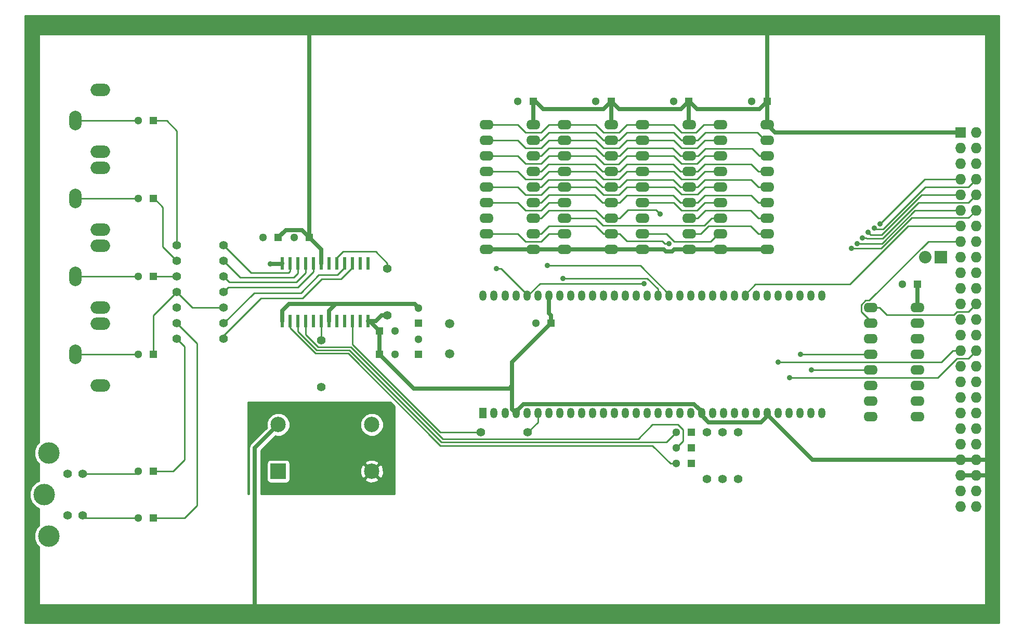
<source format=gbr>
G04 #@! TF.FileFunction,Copper,L1,Top,Signal*
%FSLAX46Y46*%
G04 Gerber Fmt 4.6, Leading zero omitted, Abs format (unit mm)*
G04 Created by KiCad (PCBNEW 4.0.2+dfsg1-stable) date Tue 27 Feb 2018 09:46:13 PM CET*
%MOMM*%
G01*
G04 APERTURE LIST*
%ADD10C,0.100000*%
%ADD11R,1.300000X1.300000*%
%ADD12C,1.300000*%
%ADD13R,1.727200X1.727200*%
%ADD14O,1.727200X1.727200*%
%ADD15R,2.032000X2.032000*%
%ADD16O,2.032000X2.032000*%
%ADD17O,3.197860X1.998980*%
%ADD18O,1.998980X3.197860*%
%ADD19R,1.200000X1.700000*%
%ADD20O,1.200000X1.700000*%
%ADD21O,2.300000X1.600000*%
%ADD22R,0.600000X2.000000*%
%ADD23R,2.499360X2.499360*%
%ADD24C,2.499360*%
%ADD25C,1.422400*%
%ADD26C,3.497580*%
%ADD27C,1.501140*%
%ADD28C,1.397000*%
%ADD29C,0.889000*%
%ADD30C,0.635000*%
%ADD31C,0.254000*%
G04 APERTURE END LIST*
D10*
D11*
X127000000Y-96520000D03*
D12*
X127000000Y-94020000D03*
D13*
X215265000Y-65405000D03*
D14*
X217805000Y-65405000D03*
X215265000Y-67945000D03*
X217805000Y-67945000D03*
X215265000Y-70485000D03*
X217805000Y-70485000D03*
X215265000Y-73025000D03*
X217805000Y-73025000D03*
X215265000Y-75565000D03*
X217805000Y-75565000D03*
X215265000Y-78105000D03*
X217805000Y-78105000D03*
X215265000Y-80645000D03*
X217805000Y-80645000D03*
X215265000Y-83185000D03*
X217805000Y-83185000D03*
X215265000Y-85725000D03*
X217805000Y-85725000D03*
X215265000Y-88265000D03*
X217805000Y-88265000D03*
X215265000Y-90805000D03*
X217805000Y-90805000D03*
X215265000Y-93345000D03*
X217805000Y-93345000D03*
X215265000Y-95885000D03*
X217805000Y-95885000D03*
X215265000Y-98425000D03*
X217805000Y-98425000D03*
X215265000Y-100965000D03*
X217805000Y-100965000D03*
X215265000Y-103505000D03*
X217805000Y-103505000D03*
X215265000Y-106045000D03*
X217805000Y-106045000D03*
X215265000Y-108585000D03*
X217805000Y-108585000D03*
X215265000Y-111125000D03*
X217805000Y-111125000D03*
X215265000Y-113665000D03*
X217805000Y-113665000D03*
X215265000Y-116205000D03*
X217805000Y-116205000D03*
X215265000Y-118745000D03*
X217805000Y-118745000D03*
X215265000Y-121285000D03*
X217805000Y-121285000D03*
X215265000Y-123825000D03*
X217805000Y-123825000D03*
X215265000Y-126365000D03*
X217805000Y-126365000D03*
D11*
X127000000Y-101600000D03*
D12*
X127000000Y-99100000D03*
D11*
X183769000Y-60325000D03*
D12*
X181269000Y-60325000D03*
D11*
X158369000Y-60325000D03*
D12*
X155869000Y-60325000D03*
D11*
X171029000Y-60325000D03*
D12*
X168529000Y-60325000D03*
D11*
X145669000Y-60325000D03*
D12*
X143169000Y-60325000D03*
D11*
X208280000Y-90170000D03*
D12*
X205780000Y-90170000D03*
D11*
X148590000Y-96520000D03*
D12*
X146090000Y-96520000D03*
D11*
X171450000Y-116840000D03*
D12*
X168950000Y-116840000D03*
D11*
X171450000Y-114300000D03*
D12*
X168950000Y-114300000D03*
D11*
X120650000Y-101600000D03*
D12*
X123150000Y-101600000D03*
D11*
X171450000Y-119380000D03*
D12*
X168950000Y-119380000D03*
D11*
X120650000Y-97790000D03*
D12*
X123150000Y-97790000D03*
X81320000Y-120650000D03*
D11*
X83820000Y-120650000D03*
D12*
X81320000Y-63500000D03*
D11*
X83820000Y-63500000D03*
D12*
X81320000Y-128270000D03*
D11*
X83820000Y-128270000D03*
X104140000Y-82550000D03*
D12*
X101640000Y-82550000D03*
X81320000Y-76200000D03*
D11*
X83820000Y-76200000D03*
X109220000Y-82550000D03*
D12*
X106720000Y-82550000D03*
X81320000Y-88900000D03*
D11*
X83820000Y-88900000D03*
D12*
X81320000Y-101600000D03*
D11*
X83820000Y-101600000D03*
D15*
X212090000Y-85725000D03*
D16*
X209550000Y-85725000D03*
D17*
X75117960Y-68554600D03*
D18*
X71120000Y-63500000D03*
D17*
X75117960Y-58445400D03*
X75117960Y-81254600D03*
D18*
X71120000Y-76200000D03*
D17*
X75117960Y-71145400D03*
X75117960Y-93954600D03*
D18*
X71120000Y-88900000D03*
D17*
X75117960Y-83845400D03*
X75117960Y-106654600D03*
D18*
X71120000Y-101600000D03*
D17*
X75117960Y-96545400D03*
D19*
X137510000Y-111150400D03*
D20*
X139290000Y-111150400D03*
X141070000Y-111150400D03*
X142850000Y-111150400D03*
X144630000Y-111150400D03*
X146410000Y-111150400D03*
X148190000Y-111150400D03*
X149970000Y-111150400D03*
X151750000Y-111150400D03*
X153530000Y-111150400D03*
X155310000Y-111150400D03*
X157090000Y-111150400D03*
X158870000Y-111150400D03*
X160650000Y-111150400D03*
X162430000Y-111150400D03*
X164210000Y-111150400D03*
X165990000Y-111150400D03*
X167770000Y-111150400D03*
X169550000Y-111150400D03*
X171330000Y-111150400D03*
X173110000Y-111150400D03*
X174890000Y-111150400D03*
X176670000Y-111150400D03*
X178450000Y-111150400D03*
X180230000Y-111150400D03*
X182010000Y-111150400D03*
X183790000Y-111150400D03*
X185570000Y-111150400D03*
X187350000Y-111150400D03*
X189130000Y-111150400D03*
X190910000Y-111150400D03*
X192690000Y-111150400D03*
X192690000Y-92049600D03*
X190910000Y-92049600D03*
X189130000Y-92049600D03*
X187350000Y-92049600D03*
X185570000Y-92049600D03*
X183790000Y-92049600D03*
X182010000Y-92049600D03*
X180230000Y-92049600D03*
X178450000Y-92049600D03*
X176670000Y-92049600D03*
X174890000Y-92049600D03*
X173110000Y-92049600D03*
X171330000Y-92049600D03*
X169550000Y-92049600D03*
X167770000Y-92049600D03*
X165990000Y-92049600D03*
X164210000Y-92049600D03*
X162430000Y-92049600D03*
X160650000Y-92049600D03*
X158870000Y-92049600D03*
X157090000Y-92049600D03*
X155310000Y-92049600D03*
X153530000Y-92049600D03*
X151750000Y-92049600D03*
X149970000Y-92049600D03*
X148190000Y-92049600D03*
X146410000Y-92049600D03*
X144630000Y-92049600D03*
X142850000Y-92049600D03*
X141070000Y-92049600D03*
X139290000Y-92049600D03*
X137510000Y-92049600D03*
D21*
X183769000Y-84455000D03*
X183769000Y-81915000D03*
X183769000Y-79375000D03*
X183769000Y-76835000D03*
X183769000Y-74295000D03*
X183769000Y-71755000D03*
X183769000Y-69215000D03*
X183769000Y-66675000D03*
X183769000Y-64135000D03*
X176149000Y-64135000D03*
X176149000Y-66675000D03*
X176149000Y-69215000D03*
X176149000Y-71755000D03*
X176149000Y-74295000D03*
X176149000Y-76835000D03*
X176149000Y-79375000D03*
X176149000Y-81915000D03*
X176149000Y-84455000D03*
X158369000Y-84455000D03*
X158369000Y-81915000D03*
X158369000Y-79375000D03*
X158369000Y-76835000D03*
X158369000Y-74295000D03*
X158369000Y-71755000D03*
X158369000Y-69215000D03*
X158369000Y-66675000D03*
X158369000Y-64135000D03*
X150749000Y-64135000D03*
X150749000Y-66675000D03*
X150749000Y-69215000D03*
X150749000Y-71755000D03*
X150749000Y-74295000D03*
X150749000Y-76835000D03*
X150749000Y-79375000D03*
X150749000Y-81915000D03*
X150749000Y-84455000D03*
X171069000Y-84455000D03*
X171069000Y-81915000D03*
X171069000Y-79375000D03*
X171069000Y-76835000D03*
X171069000Y-74295000D03*
X171069000Y-71755000D03*
X171069000Y-69215000D03*
X171069000Y-66675000D03*
X171069000Y-64135000D03*
X163449000Y-64135000D03*
X163449000Y-66675000D03*
X163449000Y-69215000D03*
X163449000Y-71755000D03*
X163449000Y-74295000D03*
X163449000Y-76835000D03*
X163449000Y-79375000D03*
X163449000Y-81915000D03*
X163449000Y-84455000D03*
X145669000Y-84455000D03*
X145669000Y-81915000D03*
X145669000Y-79375000D03*
X145669000Y-76835000D03*
X145669000Y-74295000D03*
X145669000Y-71755000D03*
X145669000Y-69215000D03*
X145669000Y-66675000D03*
X145669000Y-64135000D03*
X138049000Y-64135000D03*
X138049000Y-66675000D03*
X138049000Y-69215000D03*
X138049000Y-71755000D03*
X138049000Y-74295000D03*
X138049000Y-76835000D03*
X138049000Y-79375000D03*
X138049000Y-81915000D03*
X138049000Y-84455000D03*
D22*
X104775000Y-96140000D03*
X106045000Y-96140000D03*
X107315000Y-96140000D03*
X108585000Y-96140000D03*
X109855000Y-96140000D03*
X111125000Y-96140000D03*
X112395000Y-96140000D03*
X113665000Y-96140000D03*
X114935000Y-96140000D03*
X116205000Y-96140000D03*
X117475000Y-96140000D03*
X118745000Y-96140000D03*
X118745000Y-86740000D03*
X117475000Y-86740000D03*
X116205000Y-86740000D03*
X114935000Y-86740000D03*
X113665000Y-86740000D03*
X112395000Y-86740000D03*
X111125000Y-86740000D03*
X109855000Y-86740000D03*
X108585000Y-86740000D03*
X107315000Y-86740000D03*
X106045000Y-86740000D03*
X104775000Y-86740000D03*
D23*
X104140000Y-120650000D03*
D24*
X119380000Y-120650000D03*
X119380000Y-113030000D03*
X104140000Y-113030000D03*
D25*
X69789040Y-127858520D03*
X69789040Y-121061480D03*
X72237600Y-127858520D03*
X72288400Y-121061480D03*
D26*
X66789300Y-117660420D03*
X65991740Y-124460000D03*
X66789300Y-131208780D03*
D27*
X132080000Y-101500940D03*
X132080000Y-96619060D03*
D28*
X173990000Y-121920000D03*
X173990000Y-114300000D03*
X176530000Y-121920000D03*
X176530000Y-114300000D03*
X179070000Y-121920000D03*
X179070000Y-114300000D03*
X111125000Y-106934000D03*
X111125000Y-99314000D03*
X144780000Y-114300000D03*
X137160000Y-114300000D03*
X95250000Y-83820000D03*
X87630000Y-83820000D03*
X95250000Y-86360000D03*
X87630000Y-86360000D03*
X95250000Y-88900000D03*
X87630000Y-88900000D03*
X95250000Y-91440000D03*
X87630000Y-91440000D03*
X121920000Y-87630000D03*
X121920000Y-95250000D03*
X95250000Y-96520000D03*
X87630000Y-96520000D03*
X95250000Y-99060000D03*
X87630000Y-99060000D03*
X95250000Y-93980000D03*
X87630000Y-93980000D03*
D21*
X200660000Y-93980000D03*
X200660000Y-96520000D03*
X200660000Y-99060000D03*
X200660000Y-101600000D03*
X200660000Y-104140000D03*
X200660000Y-106680000D03*
X200660000Y-109220000D03*
X200660000Y-111760000D03*
X208280000Y-111760000D03*
X208280000Y-109220000D03*
X208280000Y-106680000D03*
X208280000Y-104140000D03*
X208280000Y-101600000D03*
X208280000Y-99060000D03*
X208280000Y-96520000D03*
X208280000Y-93980000D03*
D29*
X102870000Y-86868000D03*
X202174761Y-80316959D03*
X201231480Y-80962480D03*
X200223218Y-81696014D03*
X199302759Y-82613480D03*
X198415107Y-83502480D03*
X197485000Y-84327978D03*
X185547000Y-102870000D03*
X187452000Y-105410000D03*
X167767000Y-83566000D03*
X166370000Y-78740000D03*
X147955000Y-87122000D03*
X150495000Y-89217480D03*
X139699992Y-87630000D03*
X163703000Y-90043000D03*
X189230000Y-101600000D03*
X191008000Y-104140000D03*
D30*
X104775000Y-96140000D02*
X104775000Y-94505000D01*
X104775000Y-94505000D02*
X105909999Y-93370001D01*
X105909999Y-93370001D02*
X113529999Y-93370001D01*
X102870000Y-86868000D02*
X104647000Y-86868000D01*
X104647000Y-86868000D02*
X104775000Y-86740000D01*
X112395000Y-96140000D02*
X112395000Y-94505000D01*
X112395000Y-94505000D02*
X113529999Y-93370001D01*
X113529999Y-93370001D02*
X126350001Y-93370001D01*
X126350001Y-93370001D02*
X127000000Y-94020000D01*
X167279319Y-84836001D02*
X168254681Y-84836001D01*
X181984000Y-84455000D02*
X183769000Y-84455000D01*
X168254681Y-84836001D02*
X168635682Y-84455000D01*
X168635682Y-84455000D02*
X181984000Y-84455000D01*
X138049000Y-84455000D02*
X166898318Y-84455000D01*
X166898318Y-84455000D02*
X167279319Y-84836001D01*
X215265000Y-118745000D02*
X191134600Y-118745000D01*
X191134600Y-118745000D02*
X183790000Y-111400400D01*
X183790000Y-111400400D02*
X183790000Y-111150400D01*
X183790000Y-111150400D02*
X183790000Y-111612000D01*
X183790000Y-111612000D02*
X182745600Y-112656400D01*
X173101000Y-111159400D02*
X173110000Y-111150400D01*
X182745600Y-112656400D02*
X174251400Y-112656400D01*
X174251400Y-112656400D02*
X173101000Y-111506000D01*
X173101000Y-111506000D02*
X173101000Y-111159400D01*
X142240000Y-105410000D02*
X142240000Y-102870000D01*
X142240000Y-102870000D02*
X148590000Y-96520000D01*
X148590000Y-96520000D02*
X148590000Y-95250000D01*
X148590000Y-95250000D02*
X148190000Y-94850000D01*
X148190000Y-94850000D02*
X148190000Y-92049600D01*
X120650000Y-101600000D02*
X126238000Y-107188000D01*
X126238000Y-107188000D02*
X141747000Y-107188000D01*
X141747000Y-107188000D02*
X142240000Y-106695000D01*
X142240000Y-106695000D02*
X142240000Y-105410000D01*
X109220000Y-81265000D02*
X109220000Y-48260000D01*
X109220000Y-82550000D02*
X109220000Y-81265000D01*
X183769000Y-60325000D02*
X183769000Y-48260000D01*
X215265000Y-65405000D02*
X185039000Y-65405000D01*
X185039000Y-65405000D02*
X183769000Y-64135000D01*
X109220000Y-82550000D02*
X111125000Y-84455000D01*
X111125000Y-84455000D02*
X111125000Y-86740000D01*
X104140000Y-82550000D02*
X105361501Y-81328499D01*
X105361501Y-81328499D02*
X107998499Y-81328499D01*
X107998499Y-81328499D02*
X109220000Y-82550000D01*
X100330000Y-116840000D02*
X100330000Y-143510000D01*
X104140000Y-113030000D02*
X100330000Y-116840000D01*
X121920000Y-95250000D02*
X120932172Y-95250000D01*
X120932172Y-95250000D02*
X120042172Y-96140000D01*
X120042172Y-96140000D02*
X119000000Y-96140000D01*
X120650000Y-97790000D02*
X120650000Y-101600000D01*
X118745000Y-96140000D02*
X119000000Y-96140000D01*
X119000000Y-96140000D02*
X120650000Y-97790000D01*
X142850000Y-111150400D02*
X142850000Y-110900400D01*
X142850000Y-110900400D02*
X144085000Y-109665400D01*
X144085000Y-109665400D02*
X171875000Y-109665400D01*
X171875000Y-109665400D02*
X173110000Y-110900400D01*
X173110000Y-110900400D02*
X173110000Y-111150400D01*
X142240000Y-105410000D02*
X142240000Y-110540400D01*
X142240000Y-110540400D02*
X142850000Y-111150400D01*
X217805000Y-121285000D02*
X215265000Y-121285000D01*
X220980000Y-121285000D02*
X217805000Y-121285000D01*
X220980000Y-118745000D02*
X220980000Y-121285000D01*
X215265000Y-118745000D02*
X220980000Y-118745000D01*
X208280000Y-93980000D02*
X208280000Y-90170000D01*
X171029000Y-60325000D02*
X171069000Y-60325000D01*
X171069000Y-60325000D02*
X172339000Y-61595000D01*
X172339000Y-61595000D02*
X182499000Y-61595000D01*
X182499000Y-61595000D02*
X183769000Y-60325000D01*
X145669000Y-60325000D02*
X146050000Y-60325000D01*
X146050000Y-60325000D02*
X147320000Y-61595000D01*
X147320000Y-61595000D02*
X157099000Y-61595000D01*
X157099000Y-61595000D02*
X158369000Y-60325000D01*
X158369000Y-60325000D02*
X159639000Y-61595000D01*
X159639000Y-61595000D02*
X169759000Y-61595000D01*
X169759000Y-61595000D02*
X171029000Y-60325000D01*
X183769000Y-60325000D02*
X183769000Y-64135000D01*
X171029000Y-60325000D02*
X171029000Y-64095000D01*
X171029000Y-64095000D02*
X171069000Y-64135000D01*
X158369000Y-60325000D02*
X158369000Y-64135000D01*
X145669000Y-60325000D02*
X145669000Y-64135000D01*
X158369000Y-64135000D02*
X158019000Y-64135000D01*
X171069000Y-64135000D02*
X170719000Y-64135000D01*
X158719000Y-64135000D02*
X158369000Y-64135000D01*
X183769000Y-64135000D02*
X183419000Y-64135000D01*
X171419000Y-64135000D02*
X171069000Y-64135000D01*
D31*
X215265000Y-83185000D02*
X210022438Y-83185000D01*
X210022438Y-83185000D02*
X200408448Y-92798990D01*
X200408448Y-92798990D02*
X199820810Y-92798990D01*
X199820810Y-92798990D02*
X199128990Y-93490810D01*
X199128990Y-93490810D02*
X199128990Y-94469190D01*
X199128990Y-94469190D02*
X199136000Y-94476200D01*
X199136000Y-94476200D02*
X199136000Y-94646000D01*
X199136000Y-94646000D02*
X201010000Y-96520000D01*
X201010000Y-96520000D02*
X200660000Y-96520000D01*
X170053000Y-115737000D02*
X169599999Y-116190001D01*
X169205882Y-113030000D02*
X170053000Y-113877118D01*
X162750499Y-115379501D02*
X165100000Y-113030000D01*
X169599999Y-116190001D02*
X168950000Y-116840000D01*
X130913373Y-115379501D02*
X162750499Y-115379501D01*
X110606839Y-100393501D02*
X115927373Y-100393501D01*
X115927373Y-100393501D02*
X130913373Y-115379501D01*
X108585000Y-96140000D02*
X108585000Y-98371662D01*
X170053000Y-113877118D02*
X170053000Y-115737000D01*
X108585000Y-98371662D02*
X110606839Y-100393501D01*
X165100000Y-113030000D02*
X169205882Y-113030000D01*
X107315000Y-97394000D02*
X107315000Y-96140000D01*
X107315000Y-97820098D02*
X107315000Y-97394000D01*
X115716948Y-100901512D02*
X110396414Y-100901512D01*
X130702948Y-115887512D02*
X115716948Y-100901512D01*
X110396414Y-100901512D02*
X107315000Y-97820098D01*
X167362488Y-115887512D02*
X130702948Y-115887512D01*
X168950000Y-114300000D02*
X167362488Y-115887512D01*
X110185989Y-101409523D02*
X115506523Y-101409523D01*
X168030762Y-119380000D02*
X168950000Y-119380000D01*
X106045000Y-96140000D02*
X106045000Y-97268534D01*
X130556000Y-116459000D02*
X165109762Y-116459000D01*
X165109762Y-116459000D02*
X168030762Y-119380000D01*
X106045000Y-97268534D02*
X110185989Y-101409523D01*
X115506523Y-101409523D02*
X130556000Y-116459000D01*
X72288400Y-121061480D02*
X80908520Y-121061480D01*
X80908520Y-121061480D02*
X81320000Y-120650000D01*
X83820000Y-120650000D02*
X86995000Y-120650000D01*
X86995000Y-120650000D02*
X88900000Y-118745000D01*
X88900000Y-118745000D02*
X88900000Y-100330000D01*
X88900000Y-100330000D02*
X87630000Y-99060000D01*
X81320000Y-63500000D02*
X80400762Y-63500000D01*
X80400762Y-63500000D02*
X71120000Y-63500000D01*
X87630000Y-83820000D02*
X87630000Y-65151000D01*
X87630000Y-65151000D02*
X85979000Y-63500000D01*
X85979000Y-63500000D02*
X83820000Y-63500000D01*
X81320000Y-128270000D02*
X72649080Y-128270000D01*
X72649080Y-128270000D02*
X72237600Y-127858520D01*
X87630000Y-96520000D02*
X90932000Y-99822000D01*
X90932000Y-99822000D02*
X90932000Y-126238000D01*
X90932000Y-126238000D02*
X88900000Y-128270000D01*
X88900000Y-128270000D02*
X83820000Y-128270000D01*
X71120000Y-76200000D02*
X81320000Y-76200000D01*
X83820000Y-76200000D02*
X83947000Y-76200000D01*
X83947000Y-76200000D02*
X85344000Y-77597000D01*
X85344000Y-77597000D02*
X85344000Y-84074000D01*
X85344000Y-84074000D02*
X87630000Y-86360000D01*
X71120000Y-88900000D02*
X72373490Y-88900000D01*
X72373490Y-88900000D02*
X81320000Y-88900000D01*
X83820000Y-88900000D02*
X87630000Y-88900000D01*
X71120000Y-101600000D02*
X72373490Y-101600000D01*
X72373490Y-101600000D02*
X81320000Y-101600000D01*
X83820000Y-101600000D02*
X83820000Y-95250000D01*
X83820000Y-95250000D02*
X87630000Y-91440000D01*
X95250000Y-93980000D02*
X90170000Y-93980000D01*
X90170000Y-93980000D02*
X87630000Y-91440000D01*
X202619260Y-79872460D02*
X202174761Y-80316959D01*
X215265000Y-73025000D02*
X209466720Y-73025000D01*
X209466720Y-73025000D02*
X202619260Y-79872460D01*
X217805000Y-73025000D02*
X216535000Y-74295000D01*
X216535000Y-74295000D02*
X209501750Y-74295000D01*
X209501750Y-74295000D02*
X202643750Y-81153000D01*
X202643750Y-81153000D02*
X201422000Y-81153000D01*
X201422000Y-81153000D02*
X201231480Y-80962480D01*
X200667717Y-82140513D02*
X200223218Y-81696014D01*
X202386743Y-82140513D02*
X200667717Y-82140513D01*
X208962256Y-75565000D02*
X202386743Y-82140513D01*
X215265000Y-75565000D02*
X208962256Y-75565000D01*
X199994896Y-82677000D02*
X199931376Y-82613480D01*
X202568692Y-82677000D02*
X199994896Y-82677000D01*
X199931376Y-82613480D02*
X199302759Y-82613480D01*
X208410692Y-76835000D02*
X202568692Y-82677000D01*
X217805000Y-75565000D02*
X216535000Y-76835000D01*
X216535000Y-76835000D02*
X208410692Y-76835000D01*
X199043724Y-83502480D02*
X198415107Y-83502480D01*
X202461648Y-83502480D02*
X199043724Y-83502480D01*
X215265000Y-78105000D02*
X207859128Y-78105000D01*
X207859128Y-78105000D02*
X202461648Y-83502480D01*
X217805000Y-78105000D02*
X216560399Y-79349601D01*
X216560399Y-79349601D02*
X207332963Y-79349601D01*
X207332963Y-79349601D02*
X202354564Y-84328000D01*
X202354564Y-84328000D02*
X197485022Y-84328000D01*
X197485022Y-84328000D02*
X197485000Y-84327978D01*
X180230000Y-91799600D02*
X180230000Y-92049600D01*
X197231000Y-90170000D02*
X181859600Y-90170000D01*
X181859600Y-90170000D02*
X180230000Y-91799600D01*
X215265000Y-80645000D02*
X206756000Y-80645000D01*
X206756000Y-80645000D02*
X197231000Y-90170000D01*
X200660000Y-93980000D02*
X202064000Y-93980000D01*
X202064000Y-93980000D02*
X203245010Y-95161010D01*
X203245010Y-95161010D02*
X214146980Y-95161010D01*
X214146980Y-95161010D02*
X214667591Y-94640399D01*
X214667591Y-94640399D02*
X216509601Y-94640399D01*
X216509601Y-94640399D02*
X216941401Y-94208599D01*
X216941401Y-94208599D02*
X217805000Y-93345000D01*
X185547000Y-102870000D02*
X212138686Y-102870000D01*
X212138686Y-102870000D02*
X214043686Y-100965000D01*
X214043686Y-100965000D02*
X215265000Y-100965000D01*
X187452000Y-105410000D02*
X211517990Y-105410000D01*
X211517990Y-105410000D02*
X214692990Y-102235000D01*
X214692990Y-102235000D02*
X216535000Y-102235000D01*
X216535000Y-102235000D02*
X217805000Y-100965000D01*
X144780000Y-114300000D02*
X146410000Y-112670000D01*
X146410000Y-112670000D02*
X146410000Y-111150400D01*
X172473000Y-81915000D02*
X171069000Y-81915000D01*
X172923436Y-81915000D02*
X172473000Y-81915000D01*
X174193436Y-80645000D02*
X172923436Y-81915000D01*
X181095000Y-80645000D02*
X174193436Y-80645000D01*
X182365000Y-81915000D02*
X181095000Y-80645000D01*
X183769000Y-81915000D02*
X182365000Y-81915000D01*
X183769000Y-79375000D02*
X182365000Y-79375000D01*
X172473000Y-79375000D02*
X171069000Y-79375000D01*
X182365000Y-79375000D02*
X181095000Y-78105000D01*
X181095000Y-78105000D02*
X173743000Y-78105000D01*
X173743000Y-78105000D02*
X172473000Y-79375000D01*
X168529000Y-76835000D02*
X163449000Y-76835000D01*
X169799000Y-78105000D02*
X168529000Y-76835000D01*
X172339000Y-78105000D02*
X169799000Y-78105000D01*
X173609000Y-76835000D02*
X172339000Y-78105000D01*
X176149000Y-76835000D02*
X173609000Y-76835000D01*
X164853000Y-81915000D02*
X163449000Y-81915000D01*
X174529000Y-83185000D02*
X168592501Y-83185000D01*
X176149000Y-81915000D02*
X175799000Y-81915000D01*
X167322501Y-81915000D02*
X164853000Y-81915000D01*
X168592501Y-83185000D02*
X167322501Y-81915000D01*
X175799000Y-81915000D02*
X174529000Y-83185000D01*
X167767000Y-83566000D02*
X167138383Y-83566000D01*
X160954010Y-83096010D02*
X159773000Y-81915000D01*
X167138383Y-83566000D02*
X166668393Y-83096010D01*
X166668393Y-83096010D02*
X160954010Y-83096010D01*
X159773000Y-81915000D02*
X158369000Y-81915000D01*
X158369000Y-81915000D02*
X157099000Y-81915000D01*
X157099000Y-81915000D02*
X155829000Y-80645000D01*
X148209000Y-80645000D02*
X146939000Y-81915000D01*
X155829000Y-80645000D02*
X148209000Y-80645000D01*
X146939000Y-81915000D02*
X145669000Y-81915000D01*
X158369000Y-79375000D02*
X159773000Y-79375000D01*
X159773000Y-79375000D02*
X161131990Y-78016010D01*
X161131990Y-78016010D02*
X165646010Y-78016010D01*
X165646010Y-78016010D02*
X166370000Y-78740000D01*
X157099000Y-79375000D02*
X155829000Y-78105000D01*
X155829000Y-78105000D02*
X148209000Y-78105000D01*
X158369000Y-79375000D02*
X157099000Y-79375000D01*
X146939000Y-79375000D02*
X145669000Y-79375000D01*
X148209000Y-78105000D02*
X146939000Y-79375000D01*
X167770000Y-92049600D02*
X167770000Y-91799600D01*
X167770000Y-91799600D02*
X163092400Y-87122000D01*
X163092400Y-87122000D02*
X147955000Y-87122000D01*
X150749000Y-76835000D02*
X148209000Y-76835000D01*
X143129000Y-76835000D02*
X139453000Y-76835000D01*
X148209000Y-76835000D02*
X146939000Y-78105000D01*
X146939000Y-78105000D02*
X144399000Y-78105000D01*
X139453000Y-76835000D02*
X138049000Y-76835000D01*
X144399000Y-78105000D02*
X143129000Y-76835000D01*
X151123617Y-89217480D02*
X150495000Y-89217480D01*
X165990000Y-90945600D02*
X164261880Y-89217480D01*
X165990000Y-92049600D02*
X165990000Y-90945600D01*
X164261880Y-89217480D02*
X151123617Y-89217480D01*
X150749000Y-81915000D02*
X148209000Y-81915000D01*
X148209000Y-81915000D02*
X146939000Y-83185000D01*
X146939000Y-83185000D02*
X144399000Y-83185000D01*
X144399000Y-83185000D02*
X143129000Y-81915000D01*
X143129000Y-81915000D02*
X138049000Y-81915000D01*
X158369000Y-76835000D02*
X156965000Y-76835000D01*
X156965000Y-76835000D02*
X155695000Y-75565000D01*
X155695000Y-75565000D02*
X148209000Y-75565000D01*
X148209000Y-75565000D02*
X146939000Y-76835000D01*
X146939000Y-76835000D02*
X145669000Y-76835000D01*
X171069000Y-76835000D02*
X169665000Y-76835000D01*
X169665000Y-76835000D02*
X168483990Y-75653990D01*
X160954010Y-75653990D02*
X159773000Y-76835000D01*
X168483990Y-75653990D02*
X160954010Y-75653990D01*
X159773000Y-76835000D02*
X158369000Y-76835000D01*
X183769000Y-76835000D02*
X182365000Y-76835000D01*
X172473000Y-76835000D02*
X171069000Y-76835000D01*
X173654010Y-75653990D02*
X172473000Y-76835000D01*
X182365000Y-76835000D02*
X181183990Y-75653990D01*
X181183990Y-75653990D02*
X173654010Y-75653990D01*
X144630000Y-92049600D02*
X144630000Y-91799600D01*
X144630000Y-91799600D02*
X143002000Y-90171600D01*
X143002000Y-90170000D02*
X140462000Y-87630000D01*
X143002000Y-90171600D02*
X143002000Y-90170000D01*
X140462000Y-87630000D02*
X139699992Y-87630000D01*
X144772643Y-92049600D02*
X146779243Y-90043000D01*
X144630000Y-92049600D02*
X144772643Y-92049600D01*
X163074383Y-90043000D02*
X163703000Y-90043000D01*
X146779243Y-90043000D02*
X163074383Y-90043000D01*
X155829000Y-79375000D02*
X150749000Y-79375000D01*
X157010010Y-80556010D02*
X155829000Y-79375000D01*
X176149000Y-79375000D02*
X174745000Y-79375000D01*
X174745000Y-79375000D02*
X173563990Y-80556010D01*
X173563990Y-80556010D02*
X157010010Y-80556010D01*
X182365000Y-74295000D02*
X181183990Y-73113990D01*
X181183990Y-73113990D02*
X173654010Y-73113990D01*
X173654010Y-73113990D02*
X172473000Y-74295000D01*
X158369000Y-74295000D02*
X156965000Y-74295000D01*
X156965000Y-74295000D02*
X155783990Y-73113990D01*
X155783990Y-73113990D02*
X148120010Y-73113990D01*
X146939000Y-74295000D02*
X145669000Y-74295000D01*
X148120010Y-73113990D02*
X146939000Y-74295000D01*
X171069000Y-74295000D02*
X169665000Y-74295000D01*
X169665000Y-74295000D02*
X168483990Y-73113990D01*
X168483990Y-73113990D02*
X160954010Y-73113990D01*
X160954010Y-73113990D02*
X159773000Y-74295000D01*
X159773000Y-74295000D02*
X158369000Y-74295000D01*
X183769000Y-74295000D02*
X182365000Y-74295000D01*
X172473000Y-74295000D02*
X171069000Y-74295000D01*
X111125000Y-99314000D02*
X111125000Y-98326172D01*
X111125000Y-98326172D02*
X111125000Y-96140000D01*
X137160000Y-114300000D02*
X130556000Y-114300000D01*
X130556000Y-114300000D02*
X116205000Y-99949000D01*
X116205000Y-99949000D02*
X116205000Y-97394000D01*
X116205000Y-97394000D02*
X116205000Y-96140000D01*
X116205000Y-86740000D02*
X116205000Y-87440000D01*
X116205000Y-87440000D02*
X114364000Y-89281000D01*
X114364000Y-89281000D02*
X111252000Y-89281000D01*
X111252000Y-89281000D02*
X108077000Y-92456000D01*
X108077000Y-92456000D02*
X101346000Y-92456000D01*
X101346000Y-92456000D02*
X95250000Y-98552000D01*
X95250000Y-98552000D02*
X95250000Y-99060000D01*
X95250000Y-96520000D02*
X100203000Y-91567000D01*
X100203000Y-91567000D02*
X107823000Y-91567000D01*
X107823000Y-91567000D02*
X110744000Y-88646000D01*
X110744000Y-88646000D02*
X113729000Y-88646000D01*
X113729000Y-88646000D02*
X114935000Y-87440000D01*
X114935000Y-87440000D02*
X114935000Y-86740000D01*
X121920000Y-87630000D02*
X121920000Y-86730800D01*
X121920000Y-86730800D02*
X120025200Y-84836000D01*
X120025200Y-84836000D02*
X114681000Y-84836000D01*
X114681000Y-84836000D02*
X113665000Y-85852000D01*
X113665000Y-85852000D02*
X113665000Y-86740000D01*
X95250000Y-91440000D02*
X96012000Y-90678000D01*
X96012000Y-90678000D02*
X107315000Y-90678000D01*
X107315000Y-90678000D02*
X109855000Y-88138000D01*
X109855000Y-88138000D02*
X109855000Y-86740000D01*
X95250000Y-88900000D02*
X96139000Y-89789000D01*
X108585000Y-88265000D02*
X108585000Y-86740000D01*
X96139000Y-89789000D02*
X107061000Y-89789000D01*
X107061000Y-89789000D02*
X108585000Y-88265000D01*
X95250000Y-86360000D02*
X97917000Y-89027000D01*
X97917000Y-89027000D02*
X106636436Y-89027000D01*
X106636436Y-89027000D02*
X107315000Y-88348436D01*
X107315000Y-88348436D02*
X107315000Y-87994000D01*
X107315000Y-87994000D02*
X107315000Y-86740000D01*
X107315000Y-86106000D02*
X107315000Y-86740000D01*
X95250000Y-83820000D02*
X99695000Y-88265000D01*
X99695000Y-88265000D02*
X105791000Y-88265000D01*
X105791000Y-88265000D02*
X106045000Y-88011000D01*
X106045000Y-88011000D02*
X106045000Y-86740000D01*
X150749000Y-74295000D02*
X148209000Y-74295000D01*
X148209000Y-74295000D02*
X146939000Y-75565000D01*
X146939000Y-75565000D02*
X144399000Y-75565000D01*
X144399000Y-75565000D02*
X143129000Y-74295000D01*
X143129000Y-74295000D02*
X138049000Y-74295000D01*
X163449000Y-74295000D02*
X160909000Y-74295000D01*
X160909000Y-74295000D02*
X159639000Y-75565000D01*
X159639000Y-75565000D02*
X157099000Y-75565000D01*
X157099000Y-75565000D02*
X155829000Y-74295000D01*
X155829000Y-74295000D02*
X150749000Y-74295000D01*
X176149000Y-74295000D02*
X173609000Y-74295000D01*
X173609000Y-74295000D02*
X172427990Y-75476010D01*
X172427990Y-75476010D02*
X169837010Y-75476010D01*
X169837010Y-75476010D02*
X168656000Y-74295000D01*
X168656000Y-74295000D02*
X163449000Y-74295000D01*
X150749000Y-71755000D02*
X148209000Y-71755000D01*
X148209000Y-71755000D02*
X146939000Y-73025000D01*
X146939000Y-73025000D02*
X144399000Y-73025000D01*
X144399000Y-73025000D02*
X143129000Y-71755000D01*
X143129000Y-71755000D02*
X138049000Y-71755000D01*
X163449000Y-71755000D02*
X160909000Y-71755000D01*
X160909000Y-71755000D02*
X159639000Y-73025000D01*
X159639000Y-73025000D02*
X157099000Y-73025000D01*
X157099000Y-73025000D02*
X155829000Y-71755000D01*
X155829000Y-71755000D02*
X150749000Y-71755000D01*
X176149000Y-71755000D02*
X173609000Y-71755000D01*
X173609000Y-71755000D02*
X172339000Y-73025000D01*
X172339000Y-73025000D02*
X169799000Y-73025000D01*
X169799000Y-73025000D02*
X168529000Y-71755000D01*
X168529000Y-71755000D02*
X163449000Y-71755000D01*
X168529000Y-69215000D02*
X163449000Y-69215000D01*
X169799000Y-70485000D02*
X168529000Y-69215000D01*
X172339000Y-70485000D02*
X169799000Y-70485000D01*
X173609000Y-69215000D02*
X172339000Y-70485000D01*
X176149000Y-69215000D02*
X173609000Y-69215000D01*
X150749000Y-69215000D02*
X148209000Y-69215000D01*
X148209000Y-69215000D02*
X146939000Y-70485000D01*
X146939000Y-70485000D02*
X144399000Y-70485000D01*
X144399000Y-70485000D02*
X143129000Y-69215000D01*
X143129000Y-69215000D02*
X138049000Y-69215000D01*
X163449000Y-69215000D02*
X160909000Y-69215000D01*
X155829000Y-69215000D02*
X150749000Y-69215000D01*
X160909000Y-69215000D02*
X159550010Y-70573990D01*
X159550010Y-70573990D02*
X157187990Y-70573990D01*
X157187990Y-70573990D02*
X155829000Y-69215000D01*
X150749000Y-66675000D02*
X148209000Y-66675000D01*
X148209000Y-66675000D02*
X146939000Y-67945000D01*
X146939000Y-67945000D02*
X144399000Y-67945000D01*
X144399000Y-67945000D02*
X143129000Y-66675000D01*
X143129000Y-66675000D02*
X138049000Y-66675000D01*
X163449000Y-66675000D02*
X160909000Y-66675000D01*
X160909000Y-66675000D02*
X159639000Y-67945000D01*
X159639000Y-67945000D02*
X157099000Y-67945000D01*
X157099000Y-67945000D02*
X155829000Y-66675000D01*
X155829000Y-66675000D02*
X150749000Y-66675000D01*
X176149000Y-66675000D02*
X173609000Y-66675000D01*
X173609000Y-66675000D02*
X172339000Y-67945000D01*
X169799000Y-67945000D02*
X168529000Y-66675000D01*
X172339000Y-67945000D02*
X169799000Y-67945000D01*
X168529000Y-66675000D02*
X163449000Y-66675000D01*
X173743000Y-65405000D02*
X172473000Y-66675000D01*
X182149000Y-65405000D02*
X173743000Y-65405000D01*
X158369000Y-66675000D02*
X157099000Y-66675000D01*
X157099000Y-66675000D02*
X155829000Y-65405000D01*
X148209000Y-65405000D02*
X146939000Y-66675000D01*
X155829000Y-65405000D02*
X148209000Y-65405000D01*
X146939000Y-66675000D02*
X145669000Y-66675000D01*
X171069000Y-66675000D02*
X169799000Y-66675000D01*
X168529000Y-65405000D02*
X160909000Y-65405000D01*
X169799000Y-66675000D02*
X168529000Y-65405000D01*
X160909000Y-65405000D02*
X159639000Y-66675000D01*
X159639000Y-66675000D02*
X158369000Y-66675000D01*
X183419000Y-66675000D02*
X182149000Y-65405000D01*
X183769000Y-66675000D02*
X183419000Y-66675000D01*
X172473000Y-66675000D02*
X171069000Y-66675000D01*
X182499000Y-69215000D02*
X181317990Y-68033990D01*
X181317990Y-68033990D02*
X173697990Y-68033990D01*
X173697990Y-68033990D02*
X172516980Y-69215000D01*
X171069000Y-69215000D02*
X169665000Y-69215000D01*
X169665000Y-69215000D02*
X168395000Y-67945000D01*
X168395000Y-67945000D02*
X161043000Y-67945000D01*
X161043000Y-67945000D02*
X159773000Y-69215000D01*
X159773000Y-69215000D02*
X158369000Y-69215000D01*
X158369000Y-69215000D02*
X157099000Y-69215000D01*
X157099000Y-69215000D02*
X155829000Y-67945000D01*
X155829000Y-67945000D02*
X148209000Y-67945000D01*
X148209000Y-67945000D02*
X146939000Y-69215000D01*
X146939000Y-69215000D02*
X145669000Y-69215000D01*
X183769000Y-69215000D02*
X182499000Y-69215000D01*
X172516980Y-69215000D02*
X171069000Y-69215000D01*
X158369000Y-71755000D02*
X156965000Y-71755000D01*
X156965000Y-71755000D02*
X155783990Y-70573990D01*
X155783990Y-70573990D02*
X148120010Y-70573990D01*
X148120010Y-70573990D02*
X146939000Y-71755000D01*
X146939000Y-71755000D02*
X145669000Y-71755000D01*
X183769000Y-71755000D02*
X182365000Y-71755000D01*
X172473000Y-71755000D02*
X171069000Y-71755000D01*
X182365000Y-71755000D02*
X181183990Y-70573990D01*
X181183990Y-70573990D02*
X173654010Y-70573990D01*
X173654010Y-70573990D02*
X172473000Y-71755000D01*
X171069000Y-71755000D02*
X169665000Y-71755000D01*
X169665000Y-71755000D02*
X168483990Y-70573990D01*
X160954010Y-70573990D02*
X159773000Y-71755000D01*
X168483990Y-70573990D02*
X160954010Y-70573990D01*
X159773000Y-71755000D02*
X158369000Y-71755000D01*
X150749000Y-64135000D02*
X148209000Y-64135000D01*
X148209000Y-64135000D02*
X146939000Y-65405000D01*
X146939000Y-65405000D02*
X144399000Y-65405000D01*
X144399000Y-65405000D02*
X143129000Y-64135000D01*
X143129000Y-64135000D02*
X139453000Y-64135000D01*
X139453000Y-64135000D02*
X138049000Y-64135000D01*
X163449000Y-64135000D02*
X160909000Y-64135000D01*
X160909000Y-64135000D02*
X159639000Y-65405000D01*
X159639000Y-65405000D02*
X157099000Y-65405000D01*
X157099000Y-65405000D02*
X155829000Y-64135000D01*
X155829000Y-64135000D02*
X152153000Y-64135000D01*
X152153000Y-64135000D02*
X150749000Y-64135000D01*
X176149000Y-64135000D02*
X173482000Y-64135000D01*
X173482000Y-64135000D02*
X172212000Y-65405000D01*
X172212000Y-65405000D02*
X169799000Y-65405000D01*
X169799000Y-65405000D02*
X168529000Y-64135000D01*
X168529000Y-64135000D02*
X165608000Y-64135000D01*
X165608000Y-64135000D02*
X163449000Y-64135000D01*
X200660000Y-101600000D02*
X189230000Y-101600000D01*
X191008000Y-104140000D02*
X191636617Y-104140000D01*
X191636617Y-104140000D02*
X200660000Y-104140000D01*
G36*
X221565000Y-145365000D02*
X62915000Y-145365000D01*
X62915000Y-124932085D01*
X63607537Y-124932085D01*
X63969683Y-125808544D01*
X64639669Y-126479700D01*
X65151000Y-126692023D01*
X65151000Y-129475974D01*
X64769600Y-129856709D01*
X64405925Y-130732535D01*
X64405097Y-131680865D01*
X64767243Y-132557324D01*
X65151000Y-132941751D01*
X65151000Y-142240000D01*
X65161006Y-142289410D01*
X65189447Y-142331035D01*
X65231841Y-142358315D01*
X65278000Y-142367000D01*
X219202000Y-142367000D01*
X219251410Y-142356994D01*
X219293035Y-142328553D01*
X219320315Y-142286159D01*
X219329000Y-142240000D01*
X219329000Y-49530000D01*
X219318994Y-49480590D01*
X219290553Y-49438965D01*
X219248159Y-49411685D01*
X219202000Y-49403000D01*
X65278000Y-49403000D01*
X65228590Y-49413006D01*
X65186965Y-49441447D01*
X65159685Y-49483841D01*
X65151000Y-49530000D01*
X65151000Y-115927614D01*
X64769600Y-116308349D01*
X64405925Y-117184175D01*
X64405097Y-118132505D01*
X64767243Y-119008964D01*
X65151000Y-119393391D01*
X65151000Y-122228122D01*
X64643196Y-122437943D01*
X63972040Y-123107929D01*
X63608365Y-123983755D01*
X63607537Y-124932085D01*
X62915000Y-124932085D01*
X62915000Y-46405000D01*
X221565000Y-46405000D01*
X221565000Y-145365000D01*
X221565000Y-145365000D01*
G37*
X221565000Y-145365000D02*
X62915000Y-145365000D01*
X62915000Y-124932085D01*
X63607537Y-124932085D01*
X63969683Y-125808544D01*
X64639669Y-126479700D01*
X65151000Y-126692023D01*
X65151000Y-129475974D01*
X64769600Y-129856709D01*
X64405925Y-130732535D01*
X64405097Y-131680865D01*
X64767243Y-132557324D01*
X65151000Y-132941751D01*
X65151000Y-142240000D01*
X65161006Y-142289410D01*
X65189447Y-142331035D01*
X65231841Y-142358315D01*
X65278000Y-142367000D01*
X219202000Y-142367000D01*
X219251410Y-142356994D01*
X219293035Y-142328553D01*
X219320315Y-142286159D01*
X219329000Y-142240000D01*
X219329000Y-49530000D01*
X219318994Y-49480590D01*
X219290553Y-49438965D01*
X219248159Y-49411685D01*
X219202000Y-49403000D01*
X65278000Y-49403000D01*
X65228590Y-49413006D01*
X65186965Y-49441447D01*
X65159685Y-49483841D01*
X65151000Y-49530000D01*
X65151000Y-115927614D01*
X64769600Y-116308349D01*
X64405925Y-117184175D01*
X64405097Y-118132505D01*
X64767243Y-119008964D01*
X65151000Y-119393391D01*
X65151000Y-122228122D01*
X64643196Y-122437943D01*
X63972040Y-123107929D01*
X63608365Y-123983755D01*
X63607537Y-124932085D01*
X62915000Y-124932085D01*
X62915000Y-46405000D01*
X221565000Y-46405000D01*
X221565000Y-145365000D01*
G36*
X123063000Y-110043631D02*
X123063000Y-124333000D01*
X101282500Y-124333000D01*
X101282500Y-119400320D01*
X102242880Y-119400320D01*
X102242880Y-121899680D01*
X102287158Y-122134997D01*
X102426230Y-122351121D01*
X102638430Y-122496111D01*
X102890320Y-122547120D01*
X105389680Y-122547120D01*
X105624997Y-122502842D01*
X105841121Y-122363770D01*
X105986111Y-122151570D01*
X106020229Y-121983089D01*
X118226517Y-121983089D01*
X118355725Y-122275859D01*
X119055883Y-122544071D01*
X119805384Y-122523928D01*
X120404275Y-122275859D01*
X120533483Y-121983089D01*
X119380000Y-120829605D01*
X118226517Y-121983089D01*
X106020229Y-121983089D01*
X106037120Y-121899680D01*
X106037120Y-120325883D01*
X117485929Y-120325883D01*
X117506072Y-121075384D01*
X117754141Y-121674275D01*
X118046911Y-121803483D01*
X119200395Y-120650000D01*
X119559605Y-120650000D01*
X120713089Y-121803483D01*
X121005859Y-121674275D01*
X121274071Y-120974117D01*
X121253928Y-120224616D01*
X121005859Y-119625725D01*
X120713089Y-119496517D01*
X119559605Y-120650000D01*
X119200395Y-120650000D01*
X118046911Y-119496517D01*
X117754141Y-119625725D01*
X117485929Y-120325883D01*
X106037120Y-120325883D01*
X106037120Y-119400320D01*
X106021426Y-119316911D01*
X118226517Y-119316911D01*
X119380000Y-120470395D01*
X120533483Y-119316911D01*
X120404275Y-119024141D01*
X119704117Y-118755929D01*
X118954616Y-118776072D01*
X118355725Y-119024141D01*
X118226517Y-119316911D01*
X106021426Y-119316911D01*
X105992842Y-119165003D01*
X105853770Y-118948879D01*
X105641570Y-118803889D01*
X105389680Y-118752880D01*
X102890320Y-118752880D01*
X102655003Y-118797158D01*
X102438879Y-118936230D01*
X102293889Y-119148430D01*
X102242880Y-119400320D01*
X101282500Y-119400320D01*
X101282500Y-117234538D01*
X103649860Y-114867178D01*
X103763469Y-114914352D01*
X104513241Y-114915006D01*
X105206191Y-114628686D01*
X105736822Y-114098979D01*
X106024352Y-113406531D01*
X106024354Y-113403241D01*
X117494994Y-113403241D01*
X117781314Y-114096191D01*
X118311021Y-114626822D01*
X119003469Y-114914352D01*
X119753241Y-114915006D01*
X120446191Y-114628686D01*
X120976822Y-114098979D01*
X121264352Y-113406531D01*
X121265006Y-112656759D01*
X120978686Y-111963809D01*
X120448979Y-111433178D01*
X119756531Y-111145648D01*
X119006759Y-111144994D01*
X118313809Y-111431314D01*
X117783178Y-111961021D01*
X117495648Y-112653469D01*
X117494994Y-113403241D01*
X106024354Y-113403241D01*
X106025006Y-112656759D01*
X105738686Y-111963809D01*
X105208979Y-111433178D01*
X104516531Y-111145648D01*
X103766759Y-111144994D01*
X103073809Y-111431314D01*
X102543178Y-111961021D01*
X102255648Y-112653469D01*
X102254994Y-113403241D01*
X102303157Y-113519805D01*
X99656481Y-116166481D01*
X99450005Y-116475494D01*
X99377500Y-116840000D01*
X99377500Y-124333000D01*
X99187000Y-124333000D01*
X99187000Y-109347000D01*
X122366370Y-109347000D01*
X123063000Y-110043631D01*
X123063000Y-110043631D01*
G37*
X123063000Y-110043631D02*
X123063000Y-124333000D01*
X101282500Y-124333000D01*
X101282500Y-119400320D01*
X102242880Y-119400320D01*
X102242880Y-121899680D01*
X102287158Y-122134997D01*
X102426230Y-122351121D01*
X102638430Y-122496111D01*
X102890320Y-122547120D01*
X105389680Y-122547120D01*
X105624997Y-122502842D01*
X105841121Y-122363770D01*
X105986111Y-122151570D01*
X106020229Y-121983089D01*
X118226517Y-121983089D01*
X118355725Y-122275859D01*
X119055883Y-122544071D01*
X119805384Y-122523928D01*
X120404275Y-122275859D01*
X120533483Y-121983089D01*
X119380000Y-120829605D01*
X118226517Y-121983089D01*
X106020229Y-121983089D01*
X106037120Y-121899680D01*
X106037120Y-120325883D01*
X117485929Y-120325883D01*
X117506072Y-121075384D01*
X117754141Y-121674275D01*
X118046911Y-121803483D01*
X119200395Y-120650000D01*
X119559605Y-120650000D01*
X120713089Y-121803483D01*
X121005859Y-121674275D01*
X121274071Y-120974117D01*
X121253928Y-120224616D01*
X121005859Y-119625725D01*
X120713089Y-119496517D01*
X119559605Y-120650000D01*
X119200395Y-120650000D01*
X118046911Y-119496517D01*
X117754141Y-119625725D01*
X117485929Y-120325883D01*
X106037120Y-120325883D01*
X106037120Y-119400320D01*
X106021426Y-119316911D01*
X118226517Y-119316911D01*
X119380000Y-120470395D01*
X120533483Y-119316911D01*
X120404275Y-119024141D01*
X119704117Y-118755929D01*
X118954616Y-118776072D01*
X118355725Y-119024141D01*
X118226517Y-119316911D01*
X106021426Y-119316911D01*
X105992842Y-119165003D01*
X105853770Y-118948879D01*
X105641570Y-118803889D01*
X105389680Y-118752880D01*
X102890320Y-118752880D01*
X102655003Y-118797158D01*
X102438879Y-118936230D01*
X102293889Y-119148430D01*
X102242880Y-119400320D01*
X101282500Y-119400320D01*
X101282500Y-117234538D01*
X103649860Y-114867178D01*
X103763469Y-114914352D01*
X104513241Y-114915006D01*
X105206191Y-114628686D01*
X105736822Y-114098979D01*
X106024352Y-113406531D01*
X106024354Y-113403241D01*
X117494994Y-113403241D01*
X117781314Y-114096191D01*
X118311021Y-114626822D01*
X119003469Y-114914352D01*
X119753241Y-114915006D01*
X120446191Y-114628686D01*
X120976822Y-114098979D01*
X121264352Y-113406531D01*
X121265006Y-112656759D01*
X120978686Y-111963809D01*
X120448979Y-111433178D01*
X119756531Y-111145648D01*
X119006759Y-111144994D01*
X118313809Y-111431314D01*
X117783178Y-111961021D01*
X117495648Y-112653469D01*
X117494994Y-113403241D01*
X106024354Y-113403241D01*
X106025006Y-112656759D01*
X105738686Y-111963809D01*
X105208979Y-111433178D01*
X104516531Y-111145648D01*
X103766759Y-111144994D01*
X103073809Y-111431314D01*
X102543178Y-111961021D01*
X102255648Y-112653469D01*
X102254994Y-113403241D01*
X102303157Y-113519805D01*
X99656481Y-116166481D01*
X99450005Y-116475494D01*
X99377500Y-116840000D01*
X99377500Y-124333000D01*
X99187000Y-124333000D01*
X99187000Y-109347000D01*
X122366370Y-109347000D01*
X123063000Y-110043631D01*
M02*

</source>
